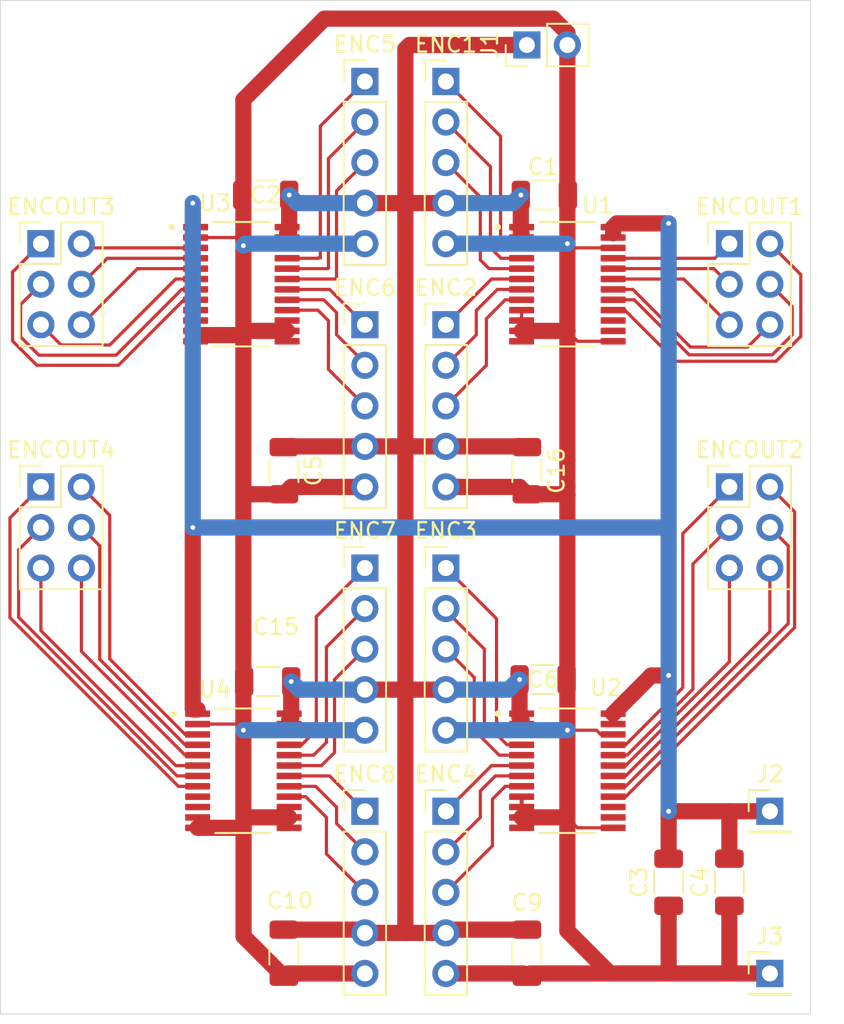
<source format=kicad_pcb>
(kicad_pcb
	(version 20240108)
	(generator "pcbnew")
	(generator_version "8.0")
	(general
		(thickness 1.6)
		(legacy_teardrops no)
	)
	(paper "A4")
	(title_block
		(title "Encoder Readout Board")
		(date "2024-05-23")
	)
	(layers
		(0 "F.Cu" signal)
		(31 "B.Cu" signal)
		(32 "B.Adhes" user "B.Adhesive")
		(33 "F.Adhes" user "F.Adhesive")
		(34 "B.Paste" user)
		(35 "F.Paste" user)
		(36 "B.SilkS" user "B.Silkscreen")
		(37 "F.SilkS" user "F.Silkscreen")
		(38 "B.Mask" user)
		(39 "F.Mask" user)
		(40 "Dwgs.User" user "User.Drawings")
		(41 "Cmts.User" user "User.Comments")
		(42 "Eco1.User" user "User.Eco1")
		(43 "Eco2.User" user "User.Eco2")
		(44 "Edge.Cuts" user)
		(45 "Margin" user)
		(46 "B.CrtYd" user "B.Courtyard")
		(47 "F.CrtYd" user "F.Courtyard")
		(48 "B.Fab" user)
		(49 "F.Fab" user)
		(50 "User.1" user)
		(51 "User.2" user)
		(52 "User.3" user)
		(53 "User.4" user)
		(54 "User.5" user)
		(55 "User.6" user)
		(56 "User.7" user)
		(57 "User.8" user)
		(58 "User.9" user)
	)
	(setup
		(pad_to_mask_clearance 0)
		(allow_soldermask_bridges_in_footprints no)
		(pcbplotparams
			(layerselection 0x00010fc_ffffffff)
			(plot_on_all_layers_selection 0x0000000_00000000)
			(disableapertmacros no)
			(usegerberextensions no)
			(usegerberattributes yes)
			(usegerberadvancedattributes yes)
			(creategerberjobfile yes)
			(dashed_line_dash_ratio 12.000000)
			(dashed_line_gap_ratio 3.000000)
			(svgprecision 4)
			(plotframeref no)
			(viasonmask no)
			(mode 1)
			(useauxorigin no)
			(hpglpennumber 1)
			(hpglpenspeed 20)
			(hpglpendiameter 15.000000)
			(pdf_front_fp_property_popups yes)
			(pdf_back_fp_property_popups yes)
			(dxfpolygonmode yes)
			(dxfimperialunits yes)
			(dxfusepcbnewfont yes)
			(psnegative no)
			(psa4output no)
			(plotreference yes)
			(plotvalue yes)
			(plotfptext yes)
			(plotinvisibletext no)
			(sketchpadsonfab no)
			(subtractmaskfromsilk no)
			(outputformat 1)
			(mirror no)
			(drillshape 1)
			(scaleselection 1)
			(outputdirectory "")
		)
	)
	(net 0 "")
	(net 1 "Net-(ENC1-A)")
	(net 2 "Net-(ENC1-B)")
	(net 3 "Net-(ENC1-Idx)")
	(net 4 "Net-(ENC2-Idx)")
	(net 5 "Net-(ENC2-B)")
	(net 6 "Net-(ENC2-A)")
	(net 7 "+5V")
	(net 8 "GND")
	(net 9 "Net-(ENC3-Idx)")
	(net 10 "Net-(ENC3-A)")
	(net 11 "Net-(ENC3-B)")
	(net 12 "Net-(ENC4-B)")
	(net 13 "Net-(ENC4-A)")
	(net 14 "Net-(ENC4-Idx)")
	(net 15 "Net-(ENC5-B)")
	(net 16 "Net-(ENC5-A)")
	(net 17 "Net-(ENC5-Idx)")
	(net 18 "Net-(ENC6-Idx)")
	(net 19 "Net-(ENC6-A)")
	(net 20 "Net-(ENC6-B)")
	(net 21 "Net-(ENC7-B)")
	(net 22 "Net-(ENC7-A)")
	(net 23 "Net-(ENC7-Idx)")
	(net 24 "Net-(ENC8-A)")
	(net 25 "Net-(ENC8-B)")
	(net 26 "Net-(ENC8-Idx)")
	(net 27 "Net-(U1-B1)")
	(net 28 "Net-(U1-B2)")
	(net 29 "Net-(U1-B4)")
	(net 30 "Net-(U1-B6)")
	(net 31 "Net-(U1-B5)")
	(net 32 "Net-(U1-B3)")
	(net 33 "Net-(U2-B2)")
	(net 34 "Net-(U2-B6)")
	(net 35 "Net-(U2-B3)")
	(net 36 "Net-(U2-B1)")
	(net 37 "Net-(U2-B4)")
	(net 38 "Net-(U2-B5)")
	(net 39 "Net-(U3-A4)")
	(net 40 "Net-(U3-A5)")
	(net 41 "Net-(U3-A3)")
	(net 42 "Net-(U3-A6)")
	(net 43 "Net-(U3-A2)")
	(net 44 "Net-(U3-A1)")
	(net 45 "Net-(U4-A6)")
	(net 46 "Net-(U4-A4)")
	(net 47 "Net-(U4-A5)")
	(net 48 "Net-(U4-A1)")
	(net 49 "Net-(U4-A3)")
	(net 50 "Net-(U4-A2)")
	(net 51 "+3.3V")
	(net 52 "unconnected-(U1-B8-Pad14)")
	(net 53 "unconnected-(U1-B7-Pad15)")
	(net 54 "unconnected-(U2-B7-Pad15)")
	(net 55 "unconnected-(U2-B8-Pad14)")
	(net 56 "unconnected-(U3-A7-Pad9)")
	(net 57 "unconnected-(U3-A8-Pad10)")
	(net 58 "unconnected-(U4-A8-Pad10)")
	(net 59 "unconnected-(U4-A7-Pad9)")
	(footprint "Capacitor_SMD:C_1206_3216Metric" (layer "F.Cu") (at 67.564 131.572 180))
	(footprint "Capacitor_SMD:C_1206_3216Metric" (layer "F.Cu") (at 84.914 101.092))
	(footprint "Connector_PinHeader_2.54mm:PinHeader_2x03_P2.54mm_Vertical" (layer "F.Cu") (at 96.52 104.14))
	(footprint "Connector_PinHeader_2.54mm:PinHeader_1x05_P2.54mm_Vertical" (layer "F.Cu") (at 73.66 124.46))
	(footprint "Connector_PinHeader_2.54mm:PinHeader_1x01_P2.54mm_Vertical" (layer "F.Cu") (at 99.06 149.86))
	(footprint "Connector_PinHeader_2.54mm:PinHeader_2x03_P2.54mm_Vertical" (layer "F.Cu") (at 53.34 104.14))
	(footprint "Capacitor_SMD:C_1206_3216Metric" (layer "F.Cu") (at 84.836 131.445))
	(footprint "encoder_library:SOP65P640X120-24N" (layer "F.Cu") (at 65.913 106.68))
	(footprint "Capacitor_SMD:C_1206_3216Metric" (layer "F.Cu") (at 92.71 144.145 90))
	(footprint "Capacitor_SMD:C_1206_3216Metric" (layer "F.Cu") (at 68.58 118.364 -90))
	(footprint "Connector_PinHeader_2.54mm:PinHeader_1x05_P2.54mm_Vertical" (layer "F.Cu") (at 78.74 124.46))
	(footprint "Connector_PinHeader_2.54mm:PinHeader_1x05_P2.54mm_Vertical" (layer "F.Cu") (at 73.66 139.7))
	(footprint "Capacitor_SMD:C_1206_3216Metric" (layer "F.Cu") (at 67.437 101.092 180))
	(footprint "Connector_PinHeader_2.54mm:PinHeader_1x05_P2.54mm_Vertical" (layer "F.Cu") (at 78.74 93.98))
	(footprint "Capacitor_SMD:C_1206_3216Metric" (layer "F.Cu") (at 83.82 148.59 -90))
	(footprint "encoder_library:SOP65P640X120-24N" (layer "F.Cu") (at 86.36 106.68))
	(footprint "Capacitor_SMD:C_1206_3216Metric" (layer "F.Cu") (at 83.82 118.364 -90))
	(footprint "Connector_PinHeader_2.54mm:PinHeader_1x05_P2.54mm_Vertical" (layer "F.Cu") (at 78.74 109.22))
	(footprint "Connector_PinHeader_2.54mm:PinHeader_1x05_P2.54mm_Vertical" (layer "F.Cu") (at 78.74 139.7))
	(footprint "Capacitor_SMD:C_1206_3216Metric" (layer "F.Cu") (at 68.58 148.59 -90))
	(footprint "Connector_PinHeader_2.54mm:PinHeader_1x02_P2.54mm_Vertical" (layer "F.Cu") (at 83.82 91.694 90))
	(footprint "encoder_library:SOP65P640X120-24N" (layer "F.Cu") (at 66.04 137.16))
	(footprint "Connector_PinHeader_2.54mm:PinHeader_2x03_P2.54mm_Vertical" (layer "F.Cu") (at 53.34 119.38))
	(footprint "Connector_PinHeader_2.54mm:PinHeader_2x03_P2.54mm_Vertical" (layer "F.Cu") (at 96.52 119.38))
	(footprint "encoder_library:SOP65P640X120-24N" (layer "F.Cu") (at 86.36 137.16))
	(footprint "Capacitor_SMD:C_1206_3216Metric" (layer "F.Cu") (at 96.52 144.145 90))
	(footprint "Connector_PinHeader_2.54mm:PinHeader_1x01_P2.54mm_Vertical" (layer "F.Cu") (at 99.06 139.7))
	(footprint "Connector_PinHeader_2.54mm:PinHeader_1x05_P2.54mm_Vertical" (layer "F.Cu") (at 73.66 109.22))
	(footprint "Connector_PinHeader_2.54mm:PinHeader_1x05_P2.54mm_Vertical" (layer "F.Cu") (at 73.66 93.98))
	(gr_rect
		(start 50.8 88.9)
		(end 101.6 152.4)
		(stroke
			(width 0.05)
			(type default)
		)
		(fill none)
		(layer "Edge.Cuts")
		(uuid "1e6a8be9-bc0d-4576-a2b6-242adb31fd75")
	)
	(segment
		(start 82.169 97.409)
		(end 82.169 103.886)
		(width 0.2)
		(layer "F.Cu")
		(net 1)
		(uuid "5b4f35e0-4bcb-4e27-8ab1-71636e6bd085")
	)
	(segment
		(start 82.688 104.405)
		(end 83.49 104.405)
		(width 0.2)
		(layer "F.Cu")
		(net 1)
		(uuid "645bccb1-c680-4f66-a932-63fac6d38b26")
	)
	(segment
		(start 78.74 93.98)
		(end 82.169 97.409)
		(width 0.2)
		(layer "F.Cu")
		(net 1)
		(uuid "d82f4d04-5af2-4989-94aa-ed61ba1e2a9c")
	)
	(segment
		(start 82.169 103.886)
		(end 82.688 104.405)
		(width 0.2)
		(layer "F.Cu")
		(net 1)
		(uuid "dfbe4482-ca57-4f52-bd63-c865ab3ef7a4")
	)
	(segment
		(start 78.74 96.52)
		(end 81.534 99.314)
		(width 0.2)
		(layer "F.Cu")
		(net 2)
		(uuid "205fa0ef-71c2-4e22-8651-eadff707d7b8")
	)
	(segment
		(start 81.534 99.314)
		(end 81.534 104.394)
		(width 0.2)
		(layer "F.Cu")
		(net 2)
		(uuid "207f1a4c-d39a-4bd7-a0b2-6b91ed78d728")
	)
	(segment
		(start 81.534 104.394)
		(end 82.195 105.055)
		(width 0.2)
		(layer "F.Cu")
		(net 2)
		(uuid "4cc44886-84e7-4551-867a-505b5862ed82")
	)
	(segment
		(start 82.195 105.055)
		(end 83.49 105.055)
		(width 0.2)
		(layer "F.Cu")
		(net 2)
		(uuid "8b89bb18-a1e7-44cb-9154-0098dc463e13")
	)
	(segment
		(start 81.448 105.705)
		(end 83.49 105.705)
		(width 0.2)
		(layer "F.Cu")
		(net 3)
		(uuid "227dfa4e-94ba-471e-bd4e-9c99493b98ff")
	)
	(segment
		(start 80.899 101.219)
		(end 80.899 105.156)
		(width 0.2)
		(layer "F.Cu")
		(net 3)
		(uuid "4338a6e4-2f5c-453e-9c45-acef41a03a35")
	)
	(segment
		(start 78.74 99.06)
		(end 80.899 101.219)
		(width 0.2)
		(layer "F.Cu")
		(net 3)
		(uuid "9af12543-0d22-4b2a-ad5b-1df4980d501a")
	)
	(segment
		(start 80.899 105.156)
		(end 81.448 105.705)
		(width 0.2)
		(layer "F.Cu")
		(net 3)
		(uuid "f1349713-4a89-40dd-a213-016246fc0588")
	)
	(segment
		(start 78.74 114.3)
		(end 81.28 111.76)
		(width 0.2)
		(layer "F.Cu")
		(net 4)
		(uuid "879138d9-dd36-4415-8d44-740e2a35d41c")
	)
	(segment
		(start 82.464 107.655)
		(end 83.49 107.655)
		(width 0.2)
		(layer "F.Cu")
		(net 4)
		(uuid "bdde9933-b6ef-4692-b1a5-063a78aaa4e0")
	)
	(segment
		(start 81.28 108.839)
		(end 82.464 107.655)
		(width 0.2)
		(layer "F.Cu")
		(net 4)
		(uuid "de1a0bd6-9879-4cf2-9d16-1d3489a58332")
	)
	(segment
		(start 81.28 111.76)
		(end 81.28 108.839)
		(width 0.2)
		(layer "F.Cu")
		(net 4)
		(uuid "ef433536-95d3-437d-9262-d531a987cd42")
	)
	(segment
		(start 78.74 111.76)
		(end 80.645 109.855)
		(width 0.2)
		(layer "F.Cu")
		(net 5)
		(uuid "14150ce6-5c00-4b6d-95f8-9588a18407a8")
	)
	(segment
		(start 80.645 108.331)
		(end 81.971 107.005)
		(width 0.2)
		(layer "F.Cu")
		(net 5)
		(uuid "18423e83-9151-4c7e-b8d3-19f35359f922")
	)
	(segment
		(start 80.645 109.855)
		(end 80.645 108.331)
		(width 0.2)
		(layer "F.Cu")
		(net 5)
		(uuid "2366884d-4ba6-4925-a744-4fc5275dfa43")
	)
	(segment
		(start 81.971 107.005)
		(end 83.49 107.005)
		(width 0.2)
		(layer "F.Cu")
		(net 5)
		(uuid "26b512f1-ebea-439a-a149-959d977066d6")
	)
	(segment
		(start 78.74 109.22)
		(end 81.605 106.355)
		(width 0.2)
		(layer "F.Cu")
		(net 6)
		(uuid "0466bf95-b7b2-4ba3-92bc-aa194abf317c")
	)
	(segment
		(start 81.605 106.355)
		(end 83.49 106.355)
		(width 0.2)
		(layer "F.Cu")
		(net 6)
		(uuid "31bf951f-8dd0-4c72-a69f-73ced617b38e")
	)
	(segment
		(start 73.66 147.32)
		(end 78.74 147.32)
		(width 1.016)
		(layer "F.Cu")
		(net 7)
		(uuid "0760f945-b2f9-40f4-9f7c-4516781e5e10")
	)
	(segment
		(start 83.361 133.843)
		(end 83.49 133.972)
		(width 1.016)
		(layer "F.Cu")
		(net 7)
		(uuid "08631d10-31fa-4bca-bcdb-c93d85f4b4da")
	)
	(segment
		(start 79.121 147.32)
		(end 79.326 147.115)
		(width 0.2)
		(layer "F.Cu")
		(net 7)
		(uuid "165626f6-c7af-4503-97c1-6aba723be62e")
	)
	(segment
		(start 73.66 101.6)
		(end 78.74 101.6)
		(width 1.016)
		(layer "F.Cu")
		(net 7)
		(uuid "17d37dbd-076c-4c8c-a9f2-3ce23ecbe680")
	)
	(segment
		(start 83.439 103.054)
		(end 83.49 103.105)
		(width 0.2)
		(layer "F.Cu")
		(net 7)
		(uuid "1a3602c7-1594-453b-bbdf-d95c533f3622")
	)
	(segment
		(start 83.361 131.445)
		(end 83.361 133.843)
		(width 1.016)
		(layer "F.Cu")
		(net 7)
		(uuid "2aa2db4a-f7a3-4b03-92f2-b0eeaf165643")
	)
	(segment
		(start 79.326 147.115)
		(end 83.82 147.115)
		(width 1.016)
		(layer "F.Cu")
		(net 7)
		(uuid "33440479-0278-42f5-878c-9d7d8273e1ef")
	)
	(segment
		(start 68.912 101.092)
		(end 68.912 103.363)
		(width 1.016)
		(layer "F.Cu")
		(net 7)
		(uuid "4377cff4-ebcb-4a24-b9c1-fe3450379b8c")
	)
	(segment
		(start 83.439 101.092)
		(end 83.439 103.441)
		(width 1.016)
		(layer "F.Cu")
		(net 7)
		(uuid "5096209f-a188-4f8d-b113-3b949282e62c")
	)
	(segment
		(start 68.58 147.115)
		(end 73.455 147.115)
		(width 1.016)
		(layer "F.Cu")
		(net 7)
		(uuid "5649e7dc-abf8-4653-909f-f248718d7b2b")
	)
	(segment
		(start 76.2 91.948)
		(end 76.2 147.32)
		(width 1.016)
		(layer "F.Cu")
		(net 7)
		(uuid "64790c6a-cd60-45ab-856c-719fa984442b")
	)
	(segment
		(start 78.74 116.84)
		(end 83.693 116.84)
		(width 1.016)
		(layer "F.Cu")
		(net 7)
		(uuid "67e0bf33-0bfa-404f-a8f8-50d154b185af")
	)
	(segment
		(start 73.66 132.08)
		(end 78.74 132.08)
		(width 1.016)
		(layer "F.Cu")
		(net 7)
		(uuid "6dbb0009-de2d-4f19-98e1-30ee6731c003")
	)
	(segment
		(start 76.454 91.694)
		(end 76.2 91.948)
		(width 1.016)
		(layer "F.Cu")
		(net 7)
		(uuid "7e0070de-c104-490f-88f1-6e38970ef8ee")
	)
	(segment
		(start 73.66 116.84)
		(end 68.629 116.84)
		(width 1.016)
		(layer "F.Cu")
		(net 7)
		(uuid "870413f9-9d6c-47b8-bef3-1039cb47d662")
	)
	(segment
		(start 83.82 91.694)
		(end 76.454 91.694)
		(width 1.016)
		(layer "F.Cu")
		(net 7)
		(uuid "95d1415f-e5d3-4a93-8cc6-f950b4e822f8")
	)
	(segment
		(start 68.629 116.84)
		(end 68.58 116.889)
		(width 1.016)
		(layer "F.Cu")
		(net 7)
		(uuid "9f42baee-7fab-42ef-8704-7b953b3ee1fd")
	)
	(segment
		(start 83.742 116.889)
		(end 83.82 116.889)
		(width 0.2)
		(layer "F.Cu")
		(net 7)
		(uuid "abec087e-1e3d-49d8-bd30-8fdd0c53bb33")
	)
	(segment
		(start 73.66 116.84)
		(end 78.74 116.84)
		(width 1.016)
		(layer "F.Cu")
		(net 7)
		(uuid "adde8c54-e9d5-429e-a08c-d1885ae7be31")
	)
	(segment
		(start 83.693 116.84)
		(end 83.742 116.889)
		(width 0.2)
		(layer "F.Cu")
		(net 7)
		(uuid "ae96cc5c-8c4d-4e5f-adf5-d800f7f11923")
	)
	(segment
		(start 68.912 103.363)
		(end 68.783 103.492)
		(width 1.016)
		(layer "F.Cu")
		(net 7)
		(uuid "b51fca64-1e44-413a-84aa-880325dfe338")
	)
	(segment
		(start 73.455 147.115)
		(end 73.66 147.32)
		(width 0.2)
		(layer "F.Cu")
		(net 7)
		(uuid "bf77547f-fe19-41a2-ae0a-ec6caaeb7ad7")
	)
	(segment
		(start 83.439 103.441)
		(end 83.49 103.492)
		(width 1.016)
		(layer "F.Cu")
		(net 7)
		(uuid "c3bf7010-369f-4edf-a947-90277d20ceba")
	)
	(segment
		(start 78.74 147.32)
		(end 79.121 147.32)
		(width 0.2)
		(layer "F.Cu")
		(net 7)
		(uuid "ca52201d-45e5-4641-8dc9-defd37c36897")
	)
	(segment
		(start 69.039 133.843)
		(end 68.91 133.972)
		(width 1.016)
		(layer "F.Cu")
		(net 7)
		(uuid "cee5f701-5cc2-4cae-981f-a6f39bab86f0")
	)
	(segment
		(start 69.039 131.572)
		(end 69.039 133.843)
		(width 1.016)
		(layer "F.Cu")
		(net 7)
		(uuid "fb3442b5-4db2-474a-98a2-0cea220542c2")
	)
	(via
		(at 69.039 131.572)
		(size 0.6)
		(drill 0.3)
		(layers "F.Cu" "B.Cu")
		(net 7)
		(uuid "2c7f24b8-6b3d-420a-8a2f-442952ebd329")
	)
	(via
		(at 83.361 131.445)
		(size 0.6)
		(drill 0.3)
		(layers "F.Cu" "B.Cu")
		(net 7)
		(uuid "39dfd57f-080c-4f3a-8615-415d65740420")
	)
	(via
		(at 68.912 101.092)
		(size 0.6)
		(drill 0.3)
		(layers "F.Cu" "B.Cu")
		(net 7)
		(uuid "a2c97442-51a2-4122-b8a2-2756dcb16e02")
	)
	(via
		(at 83.439 101.092)
		(size 0.6)
		(drill 0.3)
		(layers "F.Cu" "B.Cu")
		(net 7)
		(uuid "b6bdd4ea-64b0-488f-ad24-0402c0f367c0")
	)
	(segment
		(start 69.42 101.6)
		(end 73.66 101.6)
		(width 1.016)
		(layer "B.Cu")
		(net 7)
		(uuid "00a0d570-67f1-4feb-b8f1-0bdf98a497dd")
	)
	(segment
		(start 78.928 147.508)
		(end 78.74 147.32)
		(width 0.2)
		(layer "B.Cu")
		(net 7)
		(uuid "14ac9852-098f-4945-b837-98a5b6492e53")
	)
	(segment
		(start 69.547 132.08)
		(end 73.66 132.08)
		(width 1.016)
		(layer "B.Cu")
		(net 7)
		(uuid "18793de7-864d-4c64-bde2-2753a61243e1")
	)
	(segment
		(start 78.74 101.6)
		(end 79.375 101.6)
		(width 0.2)
		(layer "B.Cu")
		(net 7)
		(uuid "6992df89-1bfe-4ea4-a7cc-7655af554ab2")
	)
	(segment
		(start 82.931 101.6)
		(end 78.74 101.6)
		(width 1.016)
		(layer "B.Cu")
		(net 7)
		(uuid "73431034-65e4-4cf2-bb1e-556531c0ffae")
	)
	(segment
		(start 83.439 101.092)
		(end 83.439 101.092)
		(width 0.2)
		(layer "B.Cu")
		(net 7)
		(uuid "7fc0aa45-4a55-4014-a688-18f989761d4b")
	)
	(segment
		(start 83.439 101.092)
		(end 82.931 101.6)
		(width 1.016)
		(layer "B.Cu")
		(net 7)
		(uuid "84eb36e3-eb21-4687-83c5-be9c25cce499")
	)
	(segment
		(start 82.677 132.08)
		(end 78.74 132.08)
		(width 1.016)
		(layer "B.Cu")
		(net 7)
		(uuid "a7703e0a-6783-4e25-803d-0a2565a27efa")
	)
	(segment
		(start 83.361 131.445)
		(end 83.312 131.445)
		(width 1.016)
		(layer "B.Cu")
		(net 7)
		(uuid "bf527947-d3b0-4aef-ab50-781975ef2760")
	)
	(segment
		(start 68.912 101.092)
		(end 69.42 101.6)
		(width 1.016)
		(layer "B.Cu")
		(net 7)
		(uuid "cd75d310-5384-4ded-9ceb-5dcc973ec364")
	)
	(segment
		(start 69.039 131.572)
		(end 69.547 132.08)
		(width 1.016)
		(layer "B.Cu")
		(net 7)
		(uuid "ce59d314-70e7-4087-abfe-bc82f51f1e4b")
	)
	(segment
		(start 83.312 131.445)
		(end 82.677 132.08)
		(width 1.016)
		(layer "B.Cu")
		(net 7)
		(uuid "e3e98e0a-eece-489d-a98d-8eb7890bc2f1")
	)
	(segment
		(start 89.23 110.255)
		(end 87.006 110.255)
		(width 0.2)
		(layer "F.Cu")
		(net 8)
		(uuid "046cd73c-cc27-42ea-b31f-e796fa039c1c")
	)
	(segment
		(start 86.36 91.694)
		(end 86.36 104.14)
		(width 1.016)
		(layer "F.Cu")
		(net 8)
		(uuid "076e909c-c4ff-497e-a2ba-b1dc3ce48204")
	)
	(segment
		(start 96.52 145.62)
		(end 96.52 149.86)
		(width 1.016)
		(layer "F.Cu")
		(net 8)
		(uuid "13b7dbeb-15a4-4549-a03a-a2d3829bca87")
	)
	(segment
		(start 69.039 119.38)
		(end 68.58 119.839)
		(width 1.016)
		(layer "F.Cu")
		(net 8)
		(uuid "1468089b-2cc4-4fac-a22c-4ad26b83b351")
	)
	(segment
		(start 89.23 140.735)
		(end 87.003 140.735)
		(width 0.2)
		(layer "F.Cu")
		(net 8)
		(uuid "1e2e5b37-fb66-455f-9acf-9e9fa9403ca3")
	)
	(segment
		(start 85.471 90.043)
		(end 86.36 90.932)
		(width 1.016)
		(layer "F.Cu")
		(net 8)
		(uuid "1f612ed6-a43e-466a-99bf-d37b74131db3")
	)
	(segment
		(start 66.04 140.07)
		(end 66.051 140.081)
		(width 1.016)
		(layer "F.Cu")
		(net 8)
		(uuid "226cdebb-634f-449e-9461-b3d5a6d1fdce")
	)
	(segment
		(start 66.305 134.885)
		(end 66.04 134.62)
		(width 0.2)
		(layer "F.Cu")
		(net 8)
		(uuid "269555ba-a80d-4315-8b3e-e875ecc40398")
	)
	(segment
		(start 86.36 119.38)
		(end 86.36 119.888)
		(width 1.016)
		(layer "F.Cu")
		(net 8)
		(uuid "27de90a5-95bd-497f-925e-fd5dbd03a1dc")
	)
	(segment
		(start 86.36 109.601)
		(end 86.36 117.729)
		(width 1.016)
		(layer "F.Cu")
		(net 8)
		(uuid "283010c8-ca0b-4c3a-a866-57958b3db5e5")
	)
	(segment
		(start 83.82 119.839)
		(end 86.311 119.839)
		(width 1.016)
		(layer "F.Cu")
		(net 8)
		(uuid "29fb2ac4-810c-4b3d-9d59-ef9eb2f9245d")
	)
	(segment
		(start 86.356 109.605)
		(end 83.49 109.605)
		(width 1.016)
		(layer "F.Cu")
		(net 8)
		(uuid "2f83b59a-ca66-4fab-93e5-548455997161")
	)
	(segment
		(start 63.17 134.235)
		(end 65.655 134.235)
		(width 0.2)
		(layer "F.Cu")
		(net 8)
		(uuid "34c56344-3e15-4492-bd27-79b0743be489")
	)
	(segment
		(start 78.74 119.38)
		(end 83.361 119.38)
		(width 1.016)
		(layer "F.Cu")
		(net 8)
		(uuid "36d9c7d1-24d0-4376-84ca-c7e4b658c93e")
	)
	(segment
		(start 86.36 104.14)
		(end 86.36 109.601)
		(width 1.016)
		(layer "F.Cu")
		(net 8)
		(uuid "385db052-f088-4f3c-954d-a5790271a10f")
	)
	(segment
		(start 86.311 119.839)
		(end 86.36 119.888)
		(width 1.016)
		(layer "F.Cu")
		(net 8)
		(uuid "3aa10a49-3a8f-41c8-8754-75fae16e5f75")
	)
	(segment
		(start 66.04 95.123)
		(end 71.12 90.043)
		(width 1.016)
		(layer "F.Cu")
		(net 8)
		(uuid "3b8f5a02-4505-4a16-8111-bbed5b50f907")
	)
	(segment
		(start 83.361 119.38)
		(end 83.82 119.839)
		(width 1.016)
		(layer "F.Cu")
		(net 8)
		(uuid "3c48fa0e-ba8c-4840-968f-34f3ee7e073e")
	)
	(segment
		(start 66.04 109.605)
		(end 65.777 109.868)
		(width 1.016)
		(layer "F.Cu")
		(net 8)
		(uuid "3cefb102-760b-4a78-9089-643920b6dfc4")
	)
	(segment
		(start 68.785 149.86)
		(end 68.58 150.065)
		(width 0.2)
		(layer "F.Cu")
		(net 8)
		(uuid "3cf0e8ac-7e06-4d8b-99c5-92d5fe7a94f8")
	)
	(segment
		(start 66.372 119.839)
		(end 66.04 119.507)
		(width 1.016)
		(layer "F.Cu")
		(net 8)
		(uuid "45daba3a-8530-4b48-9f7f-275c7a5debb8")
	)
	(segment
		(start 66.04 104.267)
		(end 66.04 95.123)
		(width 1.016)
		(layer "F.Cu")
		(net 8)
		(uuid "50911d98-7400-4b6e-9609-7b26643644c7")
	)
	(segment
		(start 99.06 149.86)
		(end 89.027 149.86)
		(width 1.016)
		(layer "F.Cu")
		(net 8)
		(uuid "52e3bd4c-5a98-49e3-8a16-815fc790ce61")
	)
	(segment
		(start 86.36 109.601)
		(end 86.356 109.605)
		(width 1.016)
		(layer "F.Cu")
		(net 8)
		(uuid "53d3d27c-b15b-4dbb-b058-c890894a8ea2")
	)
	(segment
		(start 66.04 109.605)
		(end 68.783 109.605)
		(width 1.016)
		(layer "F.Cu")
		(net 8)
		(uuid "53e1d062-b3c1-4ba4-bc19-5884645942cb")
	)
	(segment
		(start 66.178 104.405)
		(end 68.783 104.405)
		(width 0.2)
		(layer "F.Cu")
		(net 8)
		(uuid "5cee1397-a3ec-4fcc-a79f-5d727eb8231b")
	)
	(segment
		(start 84.025 149.86)
		(end 83.82 150.065)
		(width 0.2)
		(layer "F.Cu")
		(net 8)
		(uuid "5dbde457-3432-428c-a23b-f68d01765332")
	)
	(segment
		(start 65.777 109.868)
		(end 63.043 109.868)
		(width 1.016)
		(layer "F.Cu")
		(net 8)
		(uuid "5ea414af-4593-4828-b891-34df921f1da9")
	)
	(segment
		(start 73.66 149.86)
		(end 68.785 149.86)
		(width 1.016)
		(layer "F.Cu")
		(net 8)
		(uuid "5f3168d3-8b3d-4241-9e8d-f4af1895877f")
	)
	(segment
		(start 89.027 149.86)
		(end 84.025 149.86)
		(width 1.016)
		(layer "F.Cu")
		(net 8)
		(uuid "6043fba6-d44f-4b1c-a800-c6f6843949a1")
	)
	(segment
		(start 86.36 147.193)
		(end 89.027 149.86)
		(width 1.016)
		(layer "F.Cu")
		(net 8)
		(uuid "66d83078-3d4b-4b4f-afae-8e3a6a6f9e6c")
	)
	(segment
		(start 71.12 90.043)
		(end 85.471 90.043)
		(width 1.016)
		(layer "F.Cu")
		(net 8)
		(uuid "66f15763-fb16-412c-b2ff-23e5af78ca13")
	)
	(segment
		(start 66.04 119.507)
		(end 66.04 104.267)
		(width 1.016)
		(layer "F.Cu")
		(net 8)
		(uuid "6a703739-145d-4383-8869-7174b3921799")
	)
	(segment
		(start 63.043 103.755)
		(end 65.528 103.755)
		(width 0.2)
		(layer "F.Cu")
		(net 8)
		(uuid "72b644b6-dcfe-4c14-a1d7-24f80a59a3bd")
	)
	(segment
		(start 89.23 104.405)
		(end 86.625 104.405)
		(width 0.2)
		(layer "F.Cu")
		(net 8)
		(uuid "76f60555-360c-45a4-8200-b0773d4ba5a5")
	)
	(segment
		(start 66.051 140.75)
		(end 66.051 147.536)
		(width 1.016)
		(layer "F.Cu")
		(net 8)
		(uuid "783158c5-987a-42cc-961f-2871e7b5d7e5")
	)
	(segment
		(start 83.615 149.86)
		(end 83.82 150.065)
		(width 0.2)
		(layer "F.Cu")
		(net 8)
		(uuid "89cd6e2f-3e07-4256-ae13-47f4bf92d1f2")
	)
	(segment
		(start 66.036 140.735)
		(end 63.17 140.735)
		(width 1.016)
		(layer "F.Cu")
		(net 8)
		(uuid "8f7a725c-1763-42ea-a2bd-eb055e8c341e")
	)
	(segment
		(start 66.051 140.081)
		(end 68.91 140.081)
		(width 1.016)
		(layer "F.Cu")
		(net 8)
		(uuid "8f9a448e-8450-4c87-8fc0-fc16dcbdf1b2")
	)
	(segment
		(start 65.528 103.755)
		(end 66.04 104.267)
		(width 0.2)
		(layer "F.Cu")
		(net 8)
		(uuid "9434e55d-cf9a-417e-9dc8-740553121deb")
	)
	(segment
		(start 66.04 134.62)
		(end 66.04 119.507)
		(width 1.016)
		(layer "F.Cu")
		(net 8)
		(uuid "9723687b-76e5-4607-863f-de0f23344734")
	)
	(segment
		(start 86.36 90.932)
		(end 86.36 91.694)
		(width 1.016)
		(layer "F.Cu")
		(net 8)
		(uuid "9e3bf5fe-dbea-40ec-aeda-89a64969ab93")
	)
	(segment
		(start 65.655 134.235)
		(end 66.04 134.62)
		(widt
... [33823 chars truncated]
</source>
